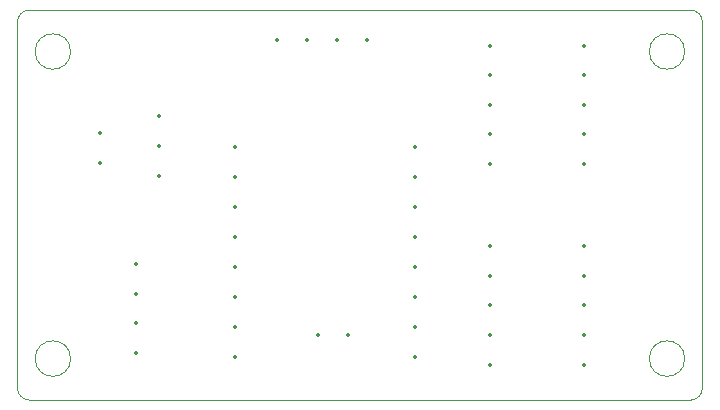
<source format=gm1>
%TF.GenerationSoftware,KiCad,Pcbnew,8.0.9-8.0.9-0~ubuntu22.04.1*%
%TF.CreationDate,2025-04-09T02:20:17+02:00*%
%TF.ProjectId,00pcb,30307063-622e-46b6-9963-61645f706362,rev?*%
%TF.SameCoordinates,Original*%
%TF.FileFunction,Profile,NP*%
%FSLAX46Y46*%
G04 Gerber Fmt 4.6, Leading zero omitted, Abs format (unit mm)*
G04 Created by KiCad (PCBNEW 8.0.9-8.0.9-0~ubuntu22.04.1) date 2025-04-09 02:20:17*
%MOMM*%
%LPD*%
G01*
G04 APERTURE LIST*
%TA.AperFunction,Profile*%
%ADD10C,0.050000*%
%TD*%
%ADD11C,0.350000*%
G04 APERTURE END LIST*
D10*
X162000000Y-77500000D02*
G75*
G02*
X163000000Y-78500000I0J-1000000D01*
G01*
X163000000Y-109500000D02*
G75*
G02*
X162000000Y-110500000I-1000000J0D01*
G01*
X105000000Y-78500000D02*
G75*
G02*
X106000000Y-77500000I1000000J0D01*
G01*
X106000000Y-110500000D02*
G75*
G02*
X105000000Y-109500000I0J1000000D01*
G01*
X106000000Y-77500000D02*
X162000000Y-77500000D01*
X162000000Y-110500000D02*
X106000000Y-110500000D01*
X163000000Y-78500000D02*
X163000000Y-109500000D01*
X105000000Y-109500000D02*
X105000000Y-78500000D01*
X109500000Y-107000000D02*
G75*
G02*
X106500000Y-107000000I-1500000J0D01*
G01*
X106500000Y-107000000D02*
G75*
G02*
X109500000Y-107000000I1500000J0D01*
G01*
X161500000Y-107000000D02*
G75*
G02*
X158500000Y-107000000I-1500000J0D01*
G01*
X158500000Y-107000000D02*
G75*
G02*
X161500000Y-107000000I1500000J0D01*
G01*
X161500000Y-81000000D02*
G75*
G02*
X158500000Y-81000000I-1500000J0D01*
G01*
X158500000Y-81000000D02*
G75*
G02*
X161500000Y-81000000I1500000J0D01*
G01*
X109500000Y-81000000D02*
G75*
G02*
X106500000Y-81000000I-1500000J0D01*
G01*
X106500000Y-81000000D02*
G75*
G02*
X109500000Y-81000000I1500000J0D01*
G01*
D11*
X115000000Y-99000000D03*
X115000000Y-101500000D03*
X115000000Y-104000000D03*
X115000000Y-106500000D03*
X153000000Y-90500000D03*
X153000000Y-88000000D03*
X153000000Y-85500000D03*
X153000000Y-83000000D03*
X153000000Y-80500000D03*
X145000000Y-97500000D03*
X145000000Y-100000000D03*
X145000000Y-102500000D03*
X145000000Y-105000000D03*
X145000000Y-107500000D03*
X112000000Y-90475000D03*
X112000000Y-87935000D03*
X127000000Y-80000000D03*
X129540000Y-80000000D03*
X132080000Y-80000000D03*
X134620000Y-80000000D03*
X130460000Y-105000000D03*
X133000000Y-105000000D03*
X145000000Y-80500000D03*
X145000000Y-83000000D03*
X145000000Y-85500000D03*
X145000000Y-88000000D03*
X145000000Y-90500000D03*
X117000000Y-86475000D03*
X117000000Y-89015000D03*
X117000000Y-91555000D03*
X153000000Y-107500000D03*
X153000000Y-105000000D03*
X153000000Y-102500000D03*
X153000000Y-100000000D03*
X153000000Y-97500000D03*
X123380000Y-106880000D03*
X123380000Y-104340000D03*
X123380000Y-101800000D03*
X123380000Y-99260000D03*
X123380000Y-94180000D03*
X123380000Y-96720000D03*
X138620000Y-89100000D03*
X123380000Y-89100000D03*
X138620000Y-91640000D03*
X138620000Y-94180000D03*
X138620000Y-96720000D03*
X138620000Y-99260000D03*
X138620000Y-101800000D03*
X138620000Y-104340000D03*
X138620000Y-106880000D03*
X123380000Y-91640000D03*
M02*

</source>
